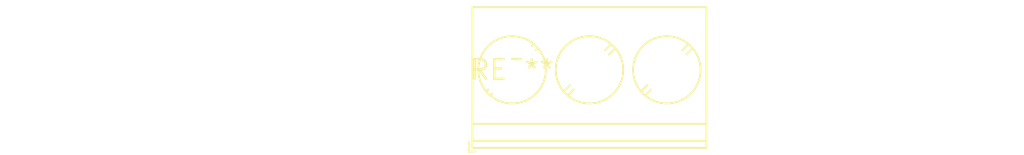
<source format=kicad_pcb>
(kicad_pcb (version 20240108) (generator pcbnew)
  (layers (0 "F.Cu" signal) (31 "B.Cu" signal) (34 "B.Paste" user) (35 "F.Paste" user) (36 "B.SilkS" user "B.Silkscreen") (37 "F.SilkS" user "F.Silkscreen") (38 "B.Mask" user) (39 "F.Mask" user) (44 "Edge.Cuts" user))
  (net 0 "")
  (footprint "TerminalBlock_Phoenix_PT-1,5-3-5.0-H_1x03_P5.00mm_Horizontal" (layer "F.Cu") (at 0 0)
    (property "Reference" "REF**")
    (property "Value" "TerminalBlock_Phoenix_PT-1,5-3-5.0-H_1x03_P5.00mm_Horizontal")
    (fp_line (start -2.8 4.66) (end -2.8 5.3) (layer "F.SilkS") (stroke (width 0.12)))
    (fp_line (start -2.8 5.3) (end -2.4 5.3) (layer "F.SilkS") (stroke (width 0.12)))
    (fp_line (start -2.56 -4.06) (end -2.56 5.06) (layer "F.SilkS") (stroke (width 0.12)))
    (fp_line (start -2.56 -4.06) (end 12.56 -4.06) (layer "F.SilkS") (stroke (width 0.12)))
    (fp_line (start -2.56 3.5) (end 12.56 3.5) (layer "F.SilkS") (stroke (width 0.12)))
    (fp_line (start -2.56 4.6) (end 12.56 4.6) (layer "F.SilkS") (stroke (width 0.12)))
    (fp_line (start -2.56 5.06) (end 12.56 5.06) (layer "F.SilkS") (stroke (width 0.12)))
    (fp_line (start -1.548 1.281) (end -1.654 1.388) (layer "F.SilkS") (stroke (width 0.12)))
    (fp_line (start -1.282 1.547) (end -1.388 1.654) (layer "F.SilkS") (stroke (width 0.12)))
    (fp_line (start 1.388 -1.654) (end 1.281 -1.547) (layer "F.SilkS") (stroke (width 0.12)))
    (fp_line (start 1.654 -1.388) (end 1.547 -1.281) (layer "F.SilkS") (stroke (width 0.12)))
    (fp_line (start 3.742 0.992) (end 3.347 1.388) (layer "F.SilkS") (stroke (width 0.12)))
    (fp_line (start 3.993 1.274) (end 3.613 1.654) (layer "F.SilkS") (stroke (width 0.12)))
    (fp_line (start 6.388 -1.654) (end 6.008 -1.274) (layer "F.SilkS") (stroke (width 0.12)))
    (fp_line (start 6.654 -1.388) (end 6.259 -0.992) (layer "F.SilkS") (stroke (width 0.12)))
    (fp_line (start 8.742 0.992) (end 8.347 1.388) (layer "F.SilkS") (stroke (width 0.12)))
    (fp_line (start 8.993 1.274) (end 8.613 1.654) (layer "F.SilkS") (stroke (width 0.12)))
    (fp_line (start 11.388 -1.654) (end 11.008 -1.274) (layer "F.SilkS") (stroke (width 0.12)))
    (fp_line (start 11.654 -1.388) (end 11.259 -0.992) (layer "F.SilkS") (stroke (width 0.12)))
    (fp_line (start 12.56 -4.06) (end 12.56 5.06) (layer "F.SilkS") (stroke (width 0.12)))
    (fp_circle (center 0 0) (end 2.18 0) (layer "F.SilkS") (stroke (width 0.12)) (fill none))
    (fp_circle (center 5 0) (end 7.18 0) (layer "F.SilkS") (stroke (width 0.12)) (fill none))
    (fp_circle (center 10 0) (end 12.18 0) (layer "F.SilkS") (stroke (width 0.12)) (fill none))
    (pad "1" thru_hole rect (at 0 0) (size 2.6 2.6) (drill 1.3) (layers *.Cu *.Mask) (remove_unused_layers))
    (pad "2" thru_hole circle (at 5 0) (size 2.6 2.6) (drill 1.3) (layers *.Cu *.Mask) (remove_unused_layers))
    (pad "3" thru_hole circle (at 10 0) (size 2.6 2.6) (drill 1.3) (layers *.Cu *.Mask) (remove_unused_layers))
  )
)
</source>
